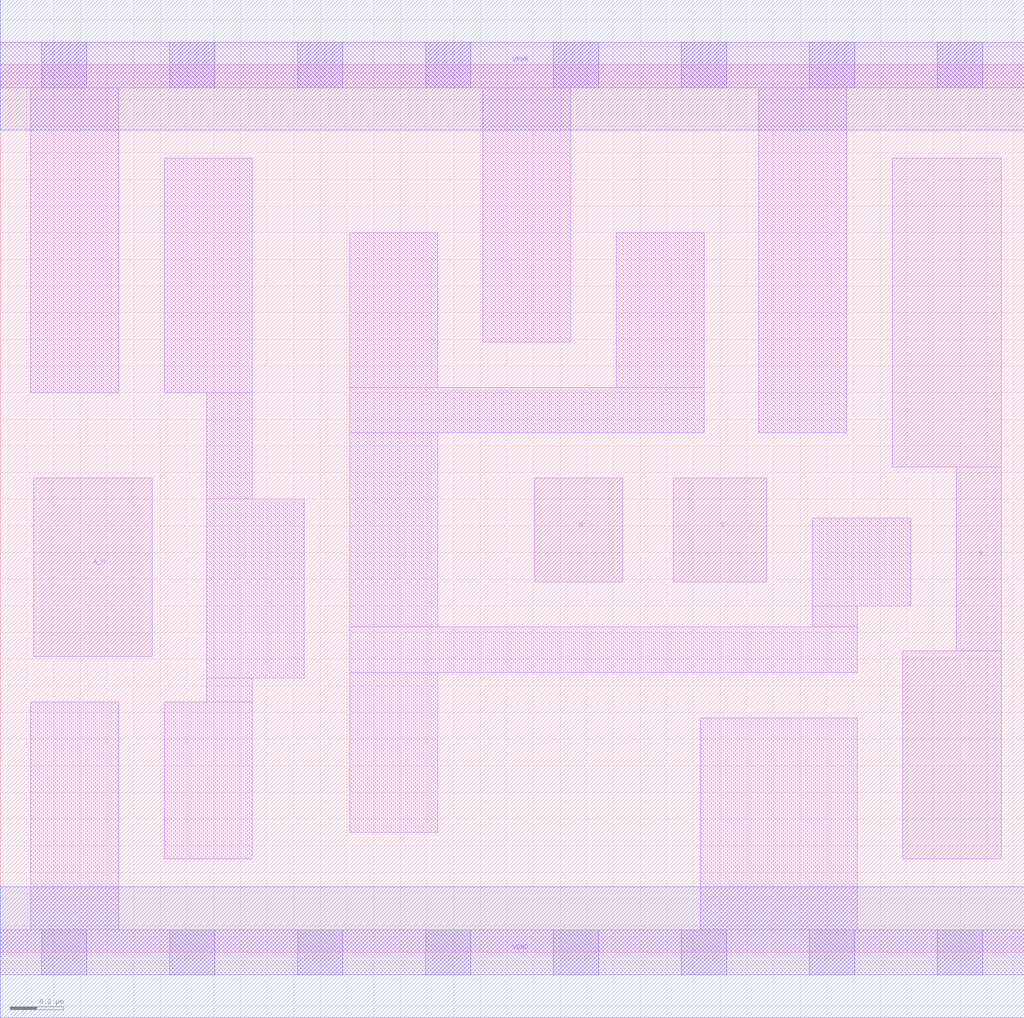
<source format=lef>
# Copyright 2020 The SkyWater PDK Authors
#
# Licensed under the Apache License, Version 2.0 (the "License");
# you may not use this file except in compliance with the License.
# You may obtain a copy of the License at
#
#     https://www.apache.org/licenses/LICENSE-2.0
#
# Unless required by applicable law or agreed to in writing, software
# distributed under the License is distributed on an "AS IS" BASIS,
# WITHOUT WARRANTIES OR CONDITIONS OF ANY KIND, either express or implied.
# See the License for the specific language governing permissions and
# limitations under the License.
#
# SPDX-License-Identifier: Apache-2.0

VERSION 5.7 ;
  NAMESCASESENSITIVE ON ;
  NOWIREEXTENSIONATPIN ON ;
  DIVIDERCHAR "/" ;
  BUSBITCHARS "[]" ;
UNITS
  DATABASE MICRONS 200 ;
END UNITS
MACRO sky130_fd_sc_ls__and3b_1
  CLASS CORE ;
  SOURCE USER ;
  FOREIGN sky130_fd_sc_ls__and3b_1 ;
  ORIGIN  0.000000  0.000000 ;
  SIZE  3.840000 BY  3.330000 ;
  SYMMETRY X Y ;
  SITE unit ;
  PIN A_N
    ANTENNAGATEAREA  0.208500 ;
    DIRECTION INPUT ;
    USE SIGNAL ;
    PORT
      LAYER li1 ;
        RECT 0.125000 1.110000 0.570000 1.780000 ;
    END
  END A_N
  PIN B
    ANTENNAGATEAREA  0.222000 ;
    DIRECTION INPUT ;
    USE SIGNAL ;
    PORT
      LAYER li1 ;
        RECT 2.005000 1.390000 2.335000 1.780000 ;
    END
  END B
  PIN C
    ANTENNAGATEAREA  0.222000 ;
    DIRECTION INPUT ;
    USE SIGNAL ;
    PORT
      LAYER li1 ;
        RECT 2.525000 1.390000 2.875000 1.780000 ;
    END
  END C
  PIN X
    ANTENNADIFFAREA  0.541300 ;
    DIRECTION OUTPUT ;
    USE SIGNAL ;
    PORT
      LAYER li1 ;
        RECT 3.345000 1.820000 3.755000 2.980000 ;
        RECT 3.385000 0.350000 3.755000 1.130000 ;
        RECT 3.585000 1.130000 3.755000 1.820000 ;
    END
  END X
  PIN VGND
    DIRECTION INOUT ;
    SHAPE ABUTMENT ;
    USE GROUND ;
    PORT
      LAYER met1 ;
        RECT 0.000000 -0.245000 3.840000 0.245000 ;
    END
  END VGND
  PIN VPWR
    DIRECTION INOUT ;
    SHAPE ABUTMENT ;
    USE POWER ;
    PORT
      LAYER met1 ;
        RECT 0.000000 3.085000 3.840000 3.575000 ;
    END
  END VPWR
  OBS
    LAYER li1 ;
      RECT 0.000000 -0.085000 3.840000 0.085000 ;
      RECT 0.000000  3.245000 3.840000 3.415000 ;
      RECT 0.115000  0.085000 0.445000 0.940000 ;
      RECT 0.115000  2.100000 0.445000 3.245000 ;
      RECT 0.615000  0.350000 0.945000 0.940000 ;
      RECT 0.615000  2.100000 0.945000 2.980000 ;
      RECT 0.775000  0.940000 0.945000 1.030000 ;
      RECT 0.775000  1.030000 1.140000 1.700000 ;
      RECT 0.775000  1.700000 0.945000 2.100000 ;
      RECT 1.310000  0.450000 1.640000 1.050000 ;
      RECT 1.310000  1.050000 3.215000 1.220000 ;
      RECT 1.310000  1.220000 1.640000 1.950000 ;
      RECT 1.310000  1.950000 2.640000 2.120000 ;
      RECT 1.310000  2.120000 1.640000 2.700000 ;
      RECT 1.810000  2.290000 2.140000 3.245000 ;
      RECT 2.310000  2.120000 2.640000 2.700000 ;
      RECT 2.625000  0.085000 3.215000 0.880000 ;
      RECT 2.845000  1.950000 3.175000 3.245000 ;
      RECT 3.045000  1.220000 3.215000 1.300000 ;
      RECT 3.045000  1.300000 3.415000 1.630000 ;
    LAYER mcon ;
      RECT 0.155000 -0.085000 0.325000 0.085000 ;
      RECT 0.155000  3.245000 0.325000 3.415000 ;
      RECT 0.635000 -0.085000 0.805000 0.085000 ;
      RECT 0.635000  3.245000 0.805000 3.415000 ;
      RECT 1.115000 -0.085000 1.285000 0.085000 ;
      RECT 1.115000  3.245000 1.285000 3.415000 ;
      RECT 1.595000 -0.085000 1.765000 0.085000 ;
      RECT 1.595000  3.245000 1.765000 3.415000 ;
      RECT 2.075000 -0.085000 2.245000 0.085000 ;
      RECT 2.075000  3.245000 2.245000 3.415000 ;
      RECT 2.555000 -0.085000 2.725000 0.085000 ;
      RECT 2.555000  3.245000 2.725000 3.415000 ;
      RECT 3.035000 -0.085000 3.205000 0.085000 ;
      RECT 3.035000  3.245000 3.205000 3.415000 ;
      RECT 3.515000 -0.085000 3.685000 0.085000 ;
      RECT 3.515000  3.245000 3.685000 3.415000 ;
  END
END sky130_fd_sc_ls__and3b_1
END LIBRARY

</source>
